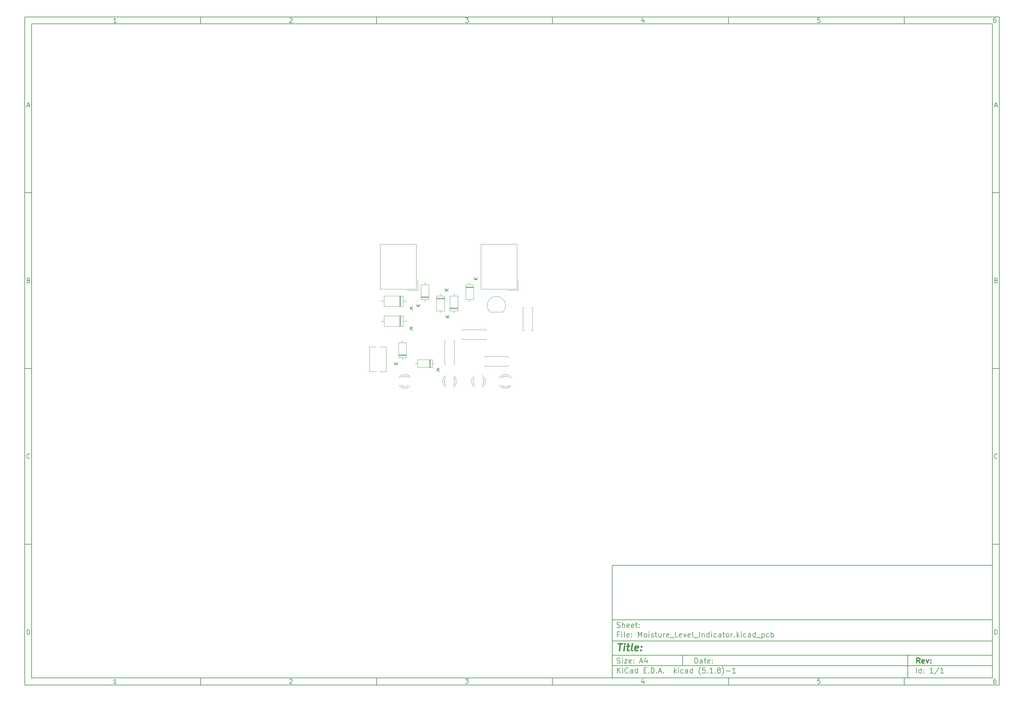
<source format=gto>
%TF.GenerationSoftware,KiCad,Pcbnew,(5.1.8)-1*%
%TF.CreationDate,2021-07-18T22:50:52-07:00*%
%TF.ProjectId,Moisture_Level_Indicator,4d6f6973-7475-4726-955f-4c6576656c5f,rev?*%
%TF.SameCoordinates,Original*%
%TF.FileFunction,Legend,Top*%
%TF.FilePolarity,Positive*%
%FSLAX46Y46*%
G04 Gerber Fmt 4.6, Leading zero omitted, Abs format (unit mm)*
G04 Created by KiCad (PCBNEW (5.1.8)-1) date 2021-07-18 22:50:52*
%MOMM*%
%LPD*%
G01*
G04 APERTURE LIST*
%ADD10C,0.100000*%
%ADD11C,0.150000*%
%ADD12C,0.300000*%
%ADD13C,0.400000*%
%ADD14C,0.120000*%
G04 APERTURE END LIST*
D10*
D11*
X177002200Y-166007200D02*
X177002200Y-198007200D01*
X285002200Y-198007200D01*
X285002200Y-166007200D01*
X177002200Y-166007200D01*
D10*
D11*
X10000000Y-10000000D02*
X10000000Y-200007200D01*
X287002200Y-200007200D01*
X287002200Y-10000000D01*
X10000000Y-10000000D01*
D10*
D11*
X12000000Y-12000000D02*
X12000000Y-198007200D01*
X285002200Y-198007200D01*
X285002200Y-12000000D01*
X12000000Y-12000000D01*
D10*
D11*
X60000000Y-12000000D02*
X60000000Y-10000000D01*
D10*
D11*
X110000000Y-12000000D02*
X110000000Y-10000000D01*
D10*
D11*
X160000000Y-12000000D02*
X160000000Y-10000000D01*
D10*
D11*
X210000000Y-12000000D02*
X210000000Y-10000000D01*
D10*
D11*
X260000000Y-12000000D02*
X260000000Y-10000000D01*
D10*
D11*
X36065476Y-11588095D02*
X35322619Y-11588095D01*
X35694047Y-11588095D02*
X35694047Y-10288095D01*
X35570238Y-10473809D01*
X35446428Y-10597619D01*
X35322619Y-10659523D01*
D10*
D11*
X85322619Y-10411904D02*
X85384523Y-10350000D01*
X85508333Y-10288095D01*
X85817857Y-10288095D01*
X85941666Y-10350000D01*
X86003571Y-10411904D01*
X86065476Y-10535714D01*
X86065476Y-10659523D01*
X86003571Y-10845238D01*
X85260714Y-11588095D01*
X86065476Y-11588095D01*
D10*
D11*
X135260714Y-10288095D02*
X136065476Y-10288095D01*
X135632142Y-10783333D01*
X135817857Y-10783333D01*
X135941666Y-10845238D01*
X136003571Y-10907142D01*
X136065476Y-11030952D01*
X136065476Y-11340476D01*
X136003571Y-11464285D01*
X135941666Y-11526190D01*
X135817857Y-11588095D01*
X135446428Y-11588095D01*
X135322619Y-11526190D01*
X135260714Y-11464285D01*
D10*
D11*
X185941666Y-10721428D02*
X185941666Y-11588095D01*
X185632142Y-10226190D02*
X185322619Y-11154761D01*
X186127380Y-11154761D01*
D10*
D11*
X236003571Y-10288095D02*
X235384523Y-10288095D01*
X235322619Y-10907142D01*
X235384523Y-10845238D01*
X235508333Y-10783333D01*
X235817857Y-10783333D01*
X235941666Y-10845238D01*
X236003571Y-10907142D01*
X236065476Y-11030952D01*
X236065476Y-11340476D01*
X236003571Y-11464285D01*
X235941666Y-11526190D01*
X235817857Y-11588095D01*
X235508333Y-11588095D01*
X235384523Y-11526190D01*
X235322619Y-11464285D01*
D10*
D11*
X285941666Y-10288095D02*
X285694047Y-10288095D01*
X285570238Y-10350000D01*
X285508333Y-10411904D01*
X285384523Y-10597619D01*
X285322619Y-10845238D01*
X285322619Y-11340476D01*
X285384523Y-11464285D01*
X285446428Y-11526190D01*
X285570238Y-11588095D01*
X285817857Y-11588095D01*
X285941666Y-11526190D01*
X286003571Y-11464285D01*
X286065476Y-11340476D01*
X286065476Y-11030952D01*
X286003571Y-10907142D01*
X285941666Y-10845238D01*
X285817857Y-10783333D01*
X285570238Y-10783333D01*
X285446428Y-10845238D01*
X285384523Y-10907142D01*
X285322619Y-11030952D01*
D10*
D11*
X60000000Y-198007200D02*
X60000000Y-200007200D01*
D10*
D11*
X110000000Y-198007200D02*
X110000000Y-200007200D01*
D10*
D11*
X160000000Y-198007200D02*
X160000000Y-200007200D01*
D10*
D11*
X210000000Y-198007200D02*
X210000000Y-200007200D01*
D10*
D11*
X260000000Y-198007200D02*
X260000000Y-200007200D01*
D10*
D11*
X36065476Y-199595295D02*
X35322619Y-199595295D01*
X35694047Y-199595295D02*
X35694047Y-198295295D01*
X35570238Y-198481009D01*
X35446428Y-198604819D01*
X35322619Y-198666723D01*
D10*
D11*
X85322619Y-198419104D02*
X85384523Y-198357200D01*
X85508333Y-198295295D01*
X85817857Y-198295295D01*
X85941666Y-198357200D01*
X86003571Y-198419104D01*
X86065476Y-198542914D01*
X86065476Y-198666723D01*
X86003571Y-198852438D01*
X85260714Y-199595295D01*
X86065476Y-199595295D01*
D10*
D11*
X135260714Y-198295295D02*
X136065476Y-198295295D01*
X135632142Y-198790533D01*
X135817857Y-198790533D01*
X135941666Y-198852438D01*
X136003571Y-198914342D01*
X136065476Y-199038152D01*
X136065476Y-199347676D01*
X136003571Y-199471485D01*
X135941666Y-199533390D01*
X135817857Y-199595295D01*
X135446428Y-199595295D01*
X135322619Y-199533390D01*
X135260714Y-199471485D01*
D10*
D11*
X185941666Y-198728628D02*
X185941666Y-199595295D01*
X185632142Y-198233390D02*
X185322619Y-199161961D01*
X186127380Y-199161961D01*
D10*
D11*
X236003571Y-198295295D02*
X235384523Y-198295295D01*
X235322619Y-198914342D01*
X235384523Y-198852438D01*
X235508333Y-198790533D01*
X235817857Y-198790533D01*
X235941666Y-198852438D01*
X236003571Y-198914342D01*
X236065476Y-199038152D01*
X236065476Y-199347676D01*
X236003571Y-199471485D01*
X235941666Y-199533390D01*
X235817857Y-199595295D01*
X235508333Y-199595295D01*
X235384523Y-199533390D01*
X235322619Y-199471485D01*
D10*
D11*
X285941666Y-198295295D02*
X285694047Y-198295295D01*
X285570238Y-198357200D01*
X285508333Y-198419104D01*
X285384523Y-198604819D01*
X285322619Y-198852438D01*
X285322619Y-199347676D01*
X285384523Y-199471485D01*
X285446428Y-199533390D01*
X285570238Y-199595295D01*
X285817857Y-199595295D01*
X285941666Y-199533390D01*
X286003571Y-199471485D01*
X286065476Y-199347676D01*
X286065476Y-199038152D01*
X286003571Y-198914342D01*
X285941666Y-198852438D01*
X285817857Y-198790533D01*
X285570238Y-198790533D01*
X285446428Y-198852438D01*
X285384523Y-198914342D01*
X285322619Y-199038152D01*
D10*
D11*
X10000000Y-60000000D02*
X12000000Y-60000000D01*
D10*
D11*
X10000000Y-110000000D02*
X12000000Y-110000000D01*
D10*
D11*
X10000000Y-160000000D02*
X12000000Y-160000000D01*
D10*
D11*
X10690476Y-35216666D02*
X11309523Y-35216666D01*
X10566666Y-35588095D02*
X11000000Y-34288095D01*
X11433333Y-35588095D01*
D10*
D11*
X11092857Y-84907142D02*
X11278571Y-84969047D01*
X11340476Y-85030952D01*
X11402380Y-85154761D01*
X11402380Y-85340476D01*
X11340476Y-85464285D01*
X11278571Y-85526190D01*
X11154761Y-85588095D01*
X10659523Y-85588095D01*
X10659523Y-84288095D01*
X11092857Y-84288095D01*
X11216666Y-84350000D01*
X11278571Y-84411904D01*
X11340476Y-84535714D01*
X11340476Y-84659523D01*
X11278571Y-84783333D01*
X11216666Y-84845238D01*
X11092857Y-84907142D01*
X10659523Y-84907142D01*
D10*
D11*
X11402380Y-135464285D02*
X11340476Y-135526190D01*
X11154761Y-135588095D01*
X11030952Y-135588095D01*
X10845238Y-135526190D01*
X10721428Y-135402380D01*
X10659523Y-135278571D01*
X10597619Y-135030952D01*
X10597619Y-134845238D01*
X10659523Y-134597619D01*
X10721428Y-134473809D01*
X10845238Y-134350000D01*
X11030952Y-134288095D01*
X11154761Y-134288095D01*
X11340476Y-134350000D01*
X11402380Y-134411904D01*
D10*
D11*
X10659523Y-185588095D02*
X10659523Y-184288095D01*
X10969047Y-184288095D01*
X11154761Y-184350000D01*
X11278571Y-184473809D01*
X11340476Y-184597619D01*
X11402380Y-184845238D01*
X11402380Y-185030952D01*
X11340476Y-185278571D01*
X11278571Y-185402380D01*
X11154761Y-185526190D01*
X10969047Y-185588095D01*
X10659523Y-185588095D01*
D10*
D11*
X287002200Y-60000000D02*
X285002200Y-60000000D01*
D10*
D11*
X287002200Y-110000000D02*
X285002200Y-110000000D01*
D10*
D11*
X287002200Y-160000000D02*
X285002200Y-160000000D01*
D10*
D11*
X285692676Y-35216666D02*
X286311723Y-35216666D01*
X285568866Y-35588095D02*
X286002200Y-34288095D01*
X286435533Y-35588095D01*
D10*
D11*
X286095057Y-84907142D02*
X286280771Y-84969047D01*
X286342676Y-85030952D01*
X286404580Y-85154761D01*
X286404580Y-85340476D01*
X286342676Y-85464285D01*
X286280771Y-85526190D01*
X286156961Y-85588095D01*
X285661723Y-85588095D01*
X285661723Y-84288095D01*
X286095057Y-84288095D01*
X286218866Y-84350000D01*
X286280771Y-84411904D01*
X286342676Y-84535714D01*
X286342676Y-84659523D01*
X286280771Y-84783333D01*
X286218866Y-84845238D01*
X286095057Y-84907142D01*
X285661723Y-84907142D01*
D10*
D11*
X286404580Y-135464285D02*
X286342676Y-135526190D01*
X286156961Y-135588095D01*
X286033152Y-135588095D01*
X285847438Y-135526190D01*
X285723628Y-135402380D01*
X285661723Y-135278571D01*
X285599819Y-135030952D01*
X285599819Y-134845238D01*
X285661723Y-134597619D01*
X285723628Y-134473809D01*
X285847438Y-134350000D01*
X286033152Y-134288095D01*
X286156961Y-134288095D01*
X286342676Y-134350000D01*
X286404580Y-134411904D01*
D10*
D11*
X285661723Y-185588095D02*
X285661723Y-184288095D01*
X285971247Y-184288095D01*
X286156961Y-184350000D01*
X286280771Y-184473809D01*
X286342676Y-184597619D01*
X286404580Y-184845238D01*
X286404580Y-185030952D01*
X286342676Y-185278571D01*
X286280771Y-185402380D01*
X286156961Y-185526190D01*
X285971247Y-185588095D01*
X285661723Y-185588095D01*
D10*
D11*
X200434342Y-193785771D02*
X200434342Y-192285771D01*
X200791485Y-192285771D01*
X201005771Y-192357200D01*
X201148628Y-192500057D01*
X201220057Y-192642914D01*
X201291485Y-192928628D01*
X201291485Y-193142914D01*
X201220057Y-193428628D01*
X201148628Y-193571485D01*
X201005771Y-193714342D01*
X200791485Y-193785771D01*
X200434342Y-193785771D01*
X202577200Y-193785771D02*
X202577200Y-193000057D01*
X202505771Y-192857200D01*
X202362914Y-192785771D01*
X202077200Y-192785771D01*
X201934342Y-192857200D01*
X202577200Y-193714342D02*
X202434342Y-193785771D01*
X202077200Y-193785771D01*
X201934342Y-193714342D01*
X201862914Y-193571485D01*
X201862914Y-193428628D01*
X201934342Y-193285771D01*
X202077200Y-193214342D01*
X202434342Y-193214342D01*
X202577200Y-193142914D01*
X203077200Y-192785771D02*
X203648628Y-192785771D01*
X203291485Y-192285771D02*
X203291485Y-193571485D01*
X203362914Y-193714342D01*
X203505771Y-193785771D01*
X203648628Y-193785771D01*
X204720057Y-193714342D02*
X204577200Y-193785771D01*
X204291485Y-193785771D01*
X204148628Y-193714342D01*
X204077200Y-193571485D01*
X204077200Y-193000057D01*
X204148628Y-192857200D01*
X204291485Y-192785771D01*
X204577200Y-192785771D01*
X204720057Y-192857200D01*
X204791485Y-193000057D01*
X204791485Y-193142914D01*
X204077200Y-193285771D01*
X205434342Y-193642914D02*
X205505771Y-193714342D01*
X205434342Y-193785771D01*
X205362914Y-193714342D01*
X205434342Y-193642914D01*
X205434342Y-193785771D01*
X205434342Y-192857200D02*
X205505771Y-192928628D01*
X205434342Y-193000057D01*
X205362914Y-192928628D01*
X205434342Y-192857200D01*
X205434342Y-193000057D01*
D10*
D11*
X177002200Y-194507200D02*
X285002200Y-194507200D01*
D10*
D11*
X178434342Y-196585771D02*
X178434342Y-195085771D01*
X179291485Y-196585771D02*
X178648628Y-195728628D01*
X179291485Y-195085771D02*
X178434342Y-195942914D01*
X179934342Y-196585771D02*
X179934342Y-195585771D01*
X179934342Y-195085771D02*
X179862914Y-195157200D01*
X179934342Y-195228628D01*
X180005771Y-195157200D01*
X179934342Y-195085771D01*
X179934342Y-195228628D01*
X181505771Y-196442914D02*
X181434342Y-196514342D01*
X181220057Y-196585771D01*
X181077200Y-196585771D01*
X180862914Y-196514342D01*
X180720057Y-196371485D01*
X180648628Y-196228628D01*
X180577200Y-195942914D01*
X180577200Y-195728628D01*
X180648628Y-195442914D01*
X180720057Y-195300057D01*
X180862914Y-195157200D01*
X181077200Y-195085771D01*
X181220057Y-195085771D01*
X181434342Y-195157200D01*
X181505771Y-195228628D01*
X182791485Y-196585771D02*
X182791485Y-195800057D01*
X182720057Y-195657200D01*
X182577200Y-195585771D01*
X182291485Y-195585771D01*
X182148628Y-195657200D01*
X182791485Y-196514342D02*
X182648628Y-196585771D01*
X182291485Y-196585771D01*
X182148628Y-196514342D01*
X182077200Y-196371485D01*
X182077200Y-196228628D01*
X182148628Y-196085771D01*
X182291485Y-196014342D01*
X182648628Y-196014342D01*
X182791485Y-195942914D01*
X184148628Y-196585771D02*
X184148628Y-195085771D01*
X184148628Y-196514342D02*
X184005771Y-196585771D01*
X183720057Y-196585771D01*
X183577200Y-196514342D01*
X183505771Y-196442914D01*
X183434342Y-196300057D01*
X183434342Y-195871485D01*
X183505771Y-195728628D01*
X183577200Y-195657200D01*
X183720057Y-195585771D01*
X184005771Y-195585771D01*
X184148628Y-195657200D01*
X186005771Y-195800057D02*
X186505771Y-195800057D01*
X186720057Y-196585771D02*
X186005771Y-196585771D01*
X186005771Y-195085771D01*
X186720057Y-195085771D01*
X187362914Y-196442914D02*
X187434342Y-196514342D01*
X187362914Y-196585771D01*
X187291485Y-196514342D01*
X187362914Y-196442914D01*
X187362914Y-196585771D01*
X188077200Y-196585771D02*
X188077200Y-195085771D01*
X188434342Y-195085771D01*
X188648628Y-195157200D01*
X188791485Y-195300057D01*
X188862914Y-195442914D01*
X188934342Y-195728628D01*
X188934342Y-195942914D01*
X188862914Y-196228628D01*
X188791485Y-196371485D01*
X188648628Y-196514342D01*
X188434342Y-196585771D01*
X188077200Y-196585771D01*
X189577200Y-196442914D02*
X189648628Y-196514342D01*
X189577200Y-196585771D01*
X189505771Y-196514342D01*
X189577200Y-196442914D01*
X189577200Y-196585771D01*
X190220057Y-196157200D02*
X190934342Y-196157200D01*
X190077200Y-196585771D02*
X190577200Y-195085771D01*
X191077200Y-196585771D01*
X191577200Y-196442914D02*
X191648628Y-196514342D01*
X191577200Y-196585771D01*
X191505771Y-196514342D01*
X191577200Y-196442914D01*
X191577200Y-196585771D01*
X194577200Y-196585771D02*
X194577200Y-195085771D01*
X194720057Y-196014342D02*
X195148628Y-196585771D01*
X195148628Y-195585771D02*
X194577200Y-196157200D01*
X195791485Y-196585771D02*
X195791485Y-195585771D01*
X195791485Y-195085771D02*
X195720057Y-195157200D01*
X195791485Y-195228628D01*
X195862914Y-195157200D01*
X195791485Y-195085771D01*
X195791485Y-195228628D01*
X197148628Y-196514342D02*
X197005771Y-196585771D01*
X196720057Y-196585771D01*
X196577200Y-196514342D01*
X196505771Y-196442914D01*
X196434342Y-196300057D01*
X196434342Y-195871485D01*
X196505771Y-195728628D01*
X196577200Y-195657200D01*
X196720057Y-195585771D01*
X197005771Y-195585771D01*
X197148628Y-195657200D01*
X198434342Y-196585771D02*
X198434342Y-195800057D01*
X198362914Y-195657200D01*
X198220057Y-195585771D01*
X197934342Y-195585771D01*
X197791485Y-195657200D01*
X198434342Y-196514342D02*
X198291485Y-196585771D01*
X197934342Y-196585771D01*
X197791485Y-196514342D01*
X197720057Y-196371485D01*
X197720057Y-196228628D01*
X197791485Y-196085771D01*
X197934342Y-196014342D01*
X198291485Y-196014342D01*
X198434342Y-195942914D01*
X199791485Y-196585771D02*
X199791485Y-195085771D01*
X199791485Y-196514342D02*
X199648628Y-196585771D01*
X199362914Y-196585771D01*
X199220057Y-196514342D01*
X199148628Y-196442914D01*
X199077200Y-196300057D01*
X199077200Y-195871485D01*
X199148628Y-195728628D01*
X199220057Y-195657200D01*
X199362914Y-195585771D01*
X199648628Y-195585771D01*
X199791485Y-195657200D01*
X202077200Y-197157200D02*
X202005771Y-197085771D01*
X201862914Y-196871485D01*
X201791485Y-196728628D01*
X201720057Y-196514342D01*
X201648628Y-196157200D01*
X201648628Y-195871485D01*
X201720057Y-195514342D01*
X201791485Y-195300057D01*
X201862914Y-195157200D01*
X202005771Y-194942914D01*
X202077200Y-194871485D01*
X203362914Y-195085771D02*
X202648628Y-195085771D01*
X202577200Y-195800057D01*
X202648628Y-195728628D01*
X202791485Y-195657200D01*
X203148628Y-195657200D01*
X203291485Y-195728628D01*
X203362914Y-195800057D01*
X203434342Y-195942914D01*
X203434342Y-196300057D01*
X203362914Y-196442914D01*
X203291485Y-196514342D01*
X203148628Y-196585771D01*
X202791485Y-196585771D01*
X202648628Y-196514342D01*
X202577200Y-196442914D01*
X204077200Y-196442914D02*
X204148628Y-196514342D01*
X204077200Y-196585771D01*
X204005771Y-196514342D01*
X204077200Y-196442914D01*
X204077200Y-196585771D01*
X205577200Y-196585771D02*
X204720057Y-196585771D01*
X205148628Y-196585771D02*
X205148628Y-195085771D01*
X205005771Y-195300057D01*
X204862914Y-195442914D01*
X204720057Y-195514342D01*
X206220057Y-196442914D02*
X206291485Y-196514342D01*
X206220057Y-196585771D01*
X206148628Y-196514342D01*
X206220057Y-196442914D01*
X206220057Y-196585771D01*
X207148628Y-195728628D02*
X207005771Y-195657200D01*
X206934342Y-195585771D01*
X206862914Y-195442914D01*
X206862914Y-195371485D01*
X206934342Y-195228628D01*
X207005771Y-195157200D01*
X207148628Y-195085771D01*
X207434342Y-195085771D01*
X207577200Y-195157200D01*
X207648628Y-195228628D01*
X207720057Y-195371485D01*
X207720057Y-195442914D01*
X207648628Y-195585771D01*
X207577200Y-195657200D01*
X207434342Y-195728628D01*
X207148628Y-195728628D01*
X207005771Y-195800057D01*
X206934342Y-195871485D01*
X206862914Y-196014342D01*
X206862914Y-196300057D01*
X206934342Y-196442914D01*
X207005771Y-196514342D01*
X207148628Y-196585771D01*
X207434342Y-196585771D01*
X207577200Y-196514342D01*
X207648628Y-196442914D01*
X207720057Y-196300057D01*
X207720057Y-196014342D01*
X207648628Y-195871485D01*
X207577200Y-195800057D01*
X207434342Y-195728628D01*
X208220057Y-197157200D02*
X208291485Y-197085771D01*
X208434342Y-196871485D01*
X208505771Y-196728628D01*
X208577200Y-196514342D01*
X208648628Y-196157200D01*
X208648628Y-195871485D01*
X208577200Y-195514342D01*
X208505771Y-195300057D01*
X208434342Y-195157200D01*
X208291485Y-194942914D01*
X208220057Y-194871485D01*
X209362914Y-196014342D02*
X210505771Y-196014342D01*
X212005771Y-196585771D02*
X211148628Y-196585771D01*
X211577200Y-196585771D02*
X211577200Y-195085771D01*
X211434342Y-195300057D01*
X211291485Y-195442914D01*
X211148628Y-195514342D01*
D10*
D11*
X177002200Y-191507200D02*
X285002200Y-191507200D01*
D10*
D12*
X264411485Y-193785771D02*
X263911485Y-193071485D01*
X263554342Y-193785771D02*
X263554342Y-192285771D01*
X264125771Y-192285771D01*
X264268628Y-192357200D01*
X264340057Y-192428628D01*
X264411485Y-192571485D01*
X264411485Y-192785771D01*
X264340057Y-192928628D01*
X264268628Y-193000057D01*
X264125771Y-193071485D01*
X263554342Y-193071485D01*
X265625771Y-193714342D02*
X265482914Y-193785771D01*
X265197200Y-193785771D01*
X265054342Y-193714342D01*
X264982914Y-193571485D01*
X264982914Y-193000057D01*
X265054342Y-192857200D01*
X265197200Y-192785771D01*
X265482914Y-192785771D01*
X265625771Y-192857200D01*
X265697200Y-193000057D01*
X265697200Y-193142914D01*
X264982914Y-193285771D01*
X266197200Y-192785771D02*
X266554342Y-193785771D01*
X266911485Y-192785771D01*
X267482914Y-193642914D02*
X267554342Y-193714342D01*
X267482914Y-193785771D01*
X267411485Y-193714342D01*
X267482914Y-193642914D01*
X267482914Y-193785771D01*
X267482914Y-192857200D02*
X267554342Y-192928628D01*
X267482914Y-193000057D01*
X267411485Y-192928628D01*
X267482914Y-192857200D01*
X267482914Y-193000057D01*
D10*
D11*
X178362914Y-193714342D02*
X178577200Y-193785771D01*
X178934342Y-193785771D01*
X179077200Y-193714342D01*
X179148628Y-193642914D01*
X179220057Y-193500057D01*
X179220057Y-193357200D01*
X179148628Y-193214342D01*
X179077200Y-193142914D01*
X178934342Y-193071485D01*
X178648628Y-193000057D01*
X178505771Y-192928628D01*
X178434342Y-192857200D01*
X178362914Y-192714342D01*
X178362914Y-192571485D01*
X178434342Y-192428628D01*
X178505771Y-192357200D01*
X178648628Y-192285771D01*
X179005771Y-192285771D01*
X179220057Y-192357200D01*
X179862914Y-193785771D02*
X179862914Y-192785771D01*
X179862914Y-192285771D02*
X179791485Y-192357200D01*
X179862914Y-192428628D01*
X179934342Y-192357200D01*
X179862914Y-192285771D01*
X179862914Y-192428628D01*
X180434342Y-192785771D02*
X181220057Y-192785771D01*
X180434342Y-193785771D01*
X181220057Y-193785771D01*
X182362914Y-193714342D02*
X182220057Y-193785771D01*
X181934342Y-193785771D01*
X181791485Y-193714342D01*
X181720057Y-193571485D01*
X181720057Y-193000057D01*
X181791485Y-192857200D01*
X181934342Y-192785771D01*
X182220057Y-192785771D01*
X182362914Y-192857200D01*
X182434342Y-193000057D01*
X182434342Y-193142914D01*
X181720057Y-193285771D01*
X183077200Y-193642914D02*
X183148628Y-193714342D01*
X183077200Y-193785771D01*
X183005771Y-193714342D01*
X183077200Y-193642914D01*
X183077200Y-193785771D01*
X183077200Y-192857200D02*
X183148628Y-192928628D01*
X183077200Y-193000057D01*
X183005771Y-192928628D01*
X183077200Y-192857200D01*
X183077200Y-193000057D01*
X184862914Y-193357200D02*
X185577200Y-193357200D01*
X184720057Y-193785771D02*
X185220057Y-192285771D01*
X185720057Y-193785771D01*
X186862914Y-192785771D02*
X186862914Y-193785771D01*
X186505771Y-192214342D02*
X186148628Y-193285771D01*
X187077200Y-193285771D01*
D10*
D11*
X263434342Y-196585771D02*
X263434342Y-195085771D01*
X264791485Y-196585771D02*
X264791485Y-195085771D01*
X264791485Y-196514342D02*
X264648628Y-196585771D01*
X264362914Y-196585771D01*
X264220057Y-196514342D01*
X264148628Y-196442914D01*
X264077200Y-196300057D01*
X264077200Y-195871485D01*
X264148628Y-195728628D01*
X264220057Y-195657200D01*
X264362914Y-195585771D01*
X264648628Y-195585771D01*
X264791485Y-195657200D01*
X265505771Y-196442914D02*
X265577200Y-196514342D01*
X265505771Y-196585771D01*
X265434342Y-196514342D01*
X265505771Y-196442914D01*
X265505771Y-196585771D01*
X265505771Y-195657200D02*
X265577200Y-195728628D01*
X265505771Y-195800057D01*
X265434342Y-195728628D01*
X265505771Y-195657200D01*
X265505771Y-195800057D01*
X268148628Y-196585771D02*
X267291485Y-196585771D01*
X267720057Y-196585771D02*
X267720057Y-195085771D01*
X267577200Y-195300057D01*
X267434342Y-195442914D01*
X267291485Y-195514342D01*
X269862914Y-195014342D02*
X268577200Y-196942914D01*
X271148628Y-196585771D02*
X270291485Y-196585771D01*
X270720057Y-196585771D02*
X270720057Y-195085771D01*
X270577200Y-195300057D01*
X270434342Y-195442914D01*
X270291485Y-195514342D01*
D10*
D11*
X177002200Y-187507200D02*
X285002200Y-187507200D01*
D10*
D13*
X178714580Y-188211961D02*
X179857438Y-188211961D01*
X179036009Y-190211961D02*
X179286009Y-188211961D01*
X180274104Y-190211961D02*
X180440771Y-188878628D01*
X180524104Y-188211961D02*
X180416961Y-188307200D01*
X180500295Y-188402438D01*
X180607438Y-188307200D01*
X180524104Y-188211961D01*
X180500295Y-188402438D01*
X181107438Y-188878628D02*
X181869342Y-188878628D01*
X181476485Y-188211961D02*
X181262200Y-189926247D01*
X181333628Y-190116723D01*
X181512200Y-190211961D01*
X181702676Y-190211961D01*
X182655057Y-190211961D02*
X182476485Y-190116723D01*
X182405057Y-189926247D01*
X182619342Y-188211961D01*
X184190771Y-190116723D02*
X183988390Y-190211961D01*
X183607438Y-190211961D01*
X183428866Y-190116723D01*
X183357438Y-189926247D01*
X183452676Y-189164342D01*
X183571723Y-188973866D01*
X183774104Y-188878628D01*
X184155057Y-188878628D01*
X184333628Y-188973866D01*
X184405057Y-189164342D01*
X184381247Y-189354819D01*
X183405057Y-189545295D01*
X185155057Y-190021485D02*
X185238390Y-190116723D01*
X185131247Y-190211961D01*
X185047914Y-190116723D01*
X185155057Y-190021485D01*
X185131247Y-190211961D01*
X185286009Y-188973866D02*
X185369342Y-189069104D01*
X185262200Y-189164342D01*
X185178866Y-189069104D01*
X185286009Y-188973866D01*
X185262200Y-189164342D01*
D10*
D11*
X178934342Y-185600057D02*
X178434342Y-185600057D01*
X178434342Y-186385771D02*
X178434342Y-184885771D01*
X179148628Y-184885771D01*
X179720057Y-186385771D02*
X179720057Y-185385771D01*
X179720057Y-184885771D02*
X179648628Y-184957200D01*
X179720057Y-185028628D01*
X179791485Y-184957200D01*
X179720057Y-184885771D01*
X179720057Y-185028628D01*
X180648628Y-186385771D02*
X180505771Y-186314342D01*
X180434342Y-186171485D01*
X180434342Y-184885771D01*
X181791485Y-186314342D02*
X181648628Y-186385771D01*
X181362914Y-186385771D01*
X181220057Y-186314342D01*
X181148628Y-186171485D01*
X181148628Y-185600057D01*
X181220057Y-185457200D01*
X181362914Y-185385771D01*
X181648628Y-185385771D01*
X181791485Y-185457200D01*
X181862914Y-185600057D01*
X181862914Y-185742914D01*
X181148628Y-185885771D01*
X182505771Y-186242914D02*
X182577200Y-186314342D01*
X182505771Y-186385771D01*
X182434342Y-186314342D01*
X182505771Y-186242914D01*
X182505771Y-186385771D01*
X182505771Y-185457200D02*
X182577200Y-185528628D01*
X182505771Y-185600057D01*
X182434342Y-185528628D01*
X182505771Y-185457200D01*
X182505771Y-185600057D01*
X184362914Y-186385771D02*
X184362914Y-184885771D01*
X184862914Y-185957200D01*
X185362914Y-184885771D01*
X185362914Y-186385771D01*
X186291485Y-186385771D02*
X186148628Y-186314342D01*
X186077200Y-186242914D01*
X186005771Y-186100057D01*
X186005771Y-185671485D01*
X186077200Y-185528628D01*
X186148628Y-185457200D01*
X186291485Y-185385771D01*
X186505771Y-185385771D01*
X186648628Y-185457200D01*
X186720057Y-185528628D01*
X186791485Y-185671485D01*
X186791485Y-186100057D01*
X186720057Y-186242914D01*
X186648628Y-186314342D01*
X186505771Y-186385771D01*
X186291485Y-186385771D01*
X187434342Y-186385771D02*
X187434342Y-185385771D01*
X187434342Y-184885771D02*
X187362914Y-184957200D01*
X187434342Y-185028628D01*
X187505771Y-184957200D01*
X187434342Y-184885771D01*
X187434342Y-185028628D01*
X188077200Y-186314342D02*
X188220057Y-186385771D01*
X188505771Y-186385771D01*
X188648628Y-186314342D01*
X188720057Y-186171485D01*
X188720057Y-186100057D01*
X188648628Y-185957200D01*
X188505771Y-185885771D01*
X188291485Y-185885771D01*
X188148628Y-185814342D01*
X188077200Y-185671485D01*
X188077200Y-185600057D01*
X188148628Y-185457200D01*
X188291485Y-185385771D01*
X188505771Y-185385771D01*
X188648628Y-185457200D01*
X189148628Y-185385771D02*
X189720057Y-185385771D01*
X189362914Y-184885771D02*
X189362914Y-186171485D01*
X189434342Y-186314342D01*
X189577200Y-186385771D01*
X189720057Y-186385771D01*
X190862914Y-185385771D02*
X190862914Y-186385771D01*
X190220057Y-185385771D02*
X190220057Y-186171485D01*
X190291485Y-186314342D01*
X190434342Y-186385771D01*
X190648628Y-186385771D01*
X190791485Y-186314342D01*
X190862914Y-186242914D01*
X191577200Y-186385771D02*
X191577200Y-185385771D01*
X191577200Y-185671485D02*
X191648628Y-185528628D01*
X191720057Y-185457200D01*
X191862914Y-185385771D01*
X192005771Y-185385771D01*
X193077200Y-186314342D02*
X192934342Y-186385771D01*
X192648628Y-186385771D01*
X192505771Y-186314342D01*
X192434342Y-186171485D01*
X192434342Y-185600057D01*
X192505771Y-185457200D01*
X192648628Y-185385771D01*
X192934342Y-185385771D01*
X193077200Y-185457200D01*
X193148628Y-185600057D01*
X193148628Y-185742914D01*
X192434342Y-185885771D01*
X193434342Y-186528628D02*
X194577200Y-186528628D01*
X195648628Y-186385771D02*
X194934342Y-186385771D01*
X194934342Y-184885771D01*
X196720057Y-186314342D02*
X196577200Y-186385771D01*
X196291485Y-186385771D01*
X196148628Y-186314342D01*
X196077200Y-186171485D01*
X196077200Y-185600057D01*
X196148628Y-185457200D01*
X196291485Y-185385771D01*
X196577200Y-185385771D01*
X196720057Y-185457200D01*
X196791485Y-185600057D01*
X196791485Y-185742914D01*
X196077200Y-185885771D01*
X197291485Y-185385771D02*
X197648628Y-186385771D01*
X198005771Y-185385771D01*
X199148628Y-186314342D02*
X199005771Y-186385771D01*
X198720057Y-186385771D01*
X198577200Y-186314342D01*
X198505771Y-186171485D01*
X198505771Y-185600057D01*
X198577200Y-185457200D01*
X198720057Y-185385771D01*
X199005771Y-185385771D01*
X199148628Y-185457200D01*
X199220057Y-185600057D01*
X199220057Y-185742914D01*
X198505771Y-185885771D01*
X200077200Y-186385771D02*
X199934342Y-186314342D01*
X199862914Y-186171485D01*
X199862914Y-184885771D01*
X200291485Y-186528628D02*
X201434342Y-186528628D01*
X201791485Y-186385771D02*
X201791485Y-184885771D01*
X202505771Y-185385771D02*
X202505771Y-186385771D01*
X202505771Y-185528628D02*
X202577200Y-185457200D01*
X202720057Y-185385771D01*
X202934342Y-185385771D01*
X203077200Y-185457200D01*
X203148628Y-185600057D01*
X203148628Y-186385771D01*
X204505771Y-186385771D02*
X204505771Y-184885771D01*
X204505771Y-186314342D02*
X204362914Y-186385771D01*
X204077200Y-186385771D01*
X203934342Y-186314342D01*
X203862914Y-186242914D01*
X203791485Y-186100057D01*
X203791485Y-185671485D01*
X203862914Y-185528628D01*
X203934342Y-185457200D01*
X204077200Y-185385771D01*
X204362914Y-185385771D01*
X204505771Y-185457200D01*
X205220057Y-186385771D02*
X205220057Y-185385771D01*
X205220057Y-184885771D02*
X205148628Y-184957200D01*
X205220057Y-185028628D01*
X205291485Y-184957200D01*
X205220057Y-184885771D01*
X205220057Y-185028628D01*
X206577200Y-186314342D02*
X206434342Y-186385771D01*
X206148628Y-186385771D01*
X206005771Y-186314342D01*
X205934342Y-186242914D01*
X205862914Y-186100057D01*
X205862914Y-185671485D01*
X205934342Y-185528628D01*
X206005771Y-185457200D01*
X206148628Y-185385771D01*
X206434342Y-185385771D01*
X206577200Y-185457200D01*
X207862914Y-186385771D02*
X207862914Y-185600057D01*
X207791485Y-185457200D01*
X207648628Y-185385771D01*
X207362914Y-185385771D01*
X207220057Y-185457200D01*
X207862914Y-186314342D02*
X207720057Y-186385771D01*
X207362914Y-186385771D01*
X207220057Y-186314342D01*
X207148628Y-186171485D01*
X207148628Y-186028628D01*
X207220057Y-185885771D01*
X207362914Y-185814342D01*
X207720057Y-185814342D01*
X207862914Y-185742914D01*
X208362914Y-185385771D02*
X208934342Y-185385771D01*
X208577200Y-184885771D02*
X208577200Y-186171485D01*
X208648628Y-186314342D01*
X208791485Y-186385771D01*
X208934342Y-186385771D01*
X209648628Y-186385771D02*
X209505771Y-186314342D01*
X209434342Y-186242914D01*
X209362914Y-186100057D01*
X209362914Y-185671485D01*
X209434342Y-185528628D01*
X209505771Y-185457200D01*
X209648628Y-185385771D01*
X209862914Y-185385771D01*
X210005771Y-185457200D01*
X210077200Y-185528628D01*
X210148628Y-185671485D01*
X210148628Y-186100057D01*
X210077200Y-186242914D01*
X210005771Y-186314342D01*
X209862914Y-186385771D01*
X209648628Y-186385771D01*
X210791485Y-186385771D02*
X210791485Y-185385771D01*
X210791485Y-185671485D02*
X210862914Y-185528628D01*
X210934342Y-185457200D01*
X211077200Y-185385771D01*
X211220057Y-185385771D01*
X211720057Y-186242914D02*
X211791485Y-186314342D01*
X211720057Y-186385771D01*
X211648628Y-186314342D01*
X211720057Y-186242914D01*
X211720057Y-186385771D01*
X212434342Y-186385771D02*
X212434342Y-184885771D01*
X212577200Y-185814342D02*
X213005771Y-186385771D01*
X213005771Y-185385771D02*
X212434342Y-185957200D01*
X213648628Y-186385771D02*
X213648628Y-185385771D01*
X213648628Y-184885771D02*
X213577200Y-184957200D01*
X213648628Y-185028628D01*
X213720057Y-184957200D01*
X213648628Y-184885771D01*
X213648628Y-185028628D01*
X215005771Y-186314342D02*
X214862914Y-186385771D01*
X214577200Y-186385771D01*
X214434342Y-186314342D01*
X214362914Y-186242914D01*
X214291485Y-186100057D01*
X214291485Y-185671485D01*
X214362914Y-185528628D01*
X214434342Y-185457200D01*
X214577200Y-185385771D01*
X214862914Y-185385771D01*
X215005771Y-185457200D01*
X216291485Y-186385771D02*
X216291485Y-185600057D01*
X216220057Y-185457200D01*
X216077200Y-185385771D01*
X215791485Y-185385771D01*
X215648628Y-185457200D01*
X216291485Y-186314342D02*
X216148628Y-186385771D01*
X215791485Y-186385771D01*
X215648628Y-186314342D01*
X215577200Y-186171485D01*
X215577200Y-186028628D01*
X215648628Y-185885771D01*
X215791485Y-185814342D01*
X216148628Y-185814342D01*
X216291485Y-185742914D01*
X217648628Y-186385771D02*
X217648628Y-184885771D01*
X217648628Y-186314342D02*
X217505771Y-186385771D01*
X217220057Y-186385771D01*
X217077200Y-186314342D01*
X217005771Y-186242914D01*
X216934342Y-186100057D01*
X216934342Y-185671485D01*
X217005771Y-185528628D01*
X217077200Y-185457200D01*
X217220057Y-185385771D01*
X217505771Y-185385771D01*
X217648628Y-185457200D01*
X218005771Y-186528628D02*
X219148628Y-186528628D01*
X219505771Y-185385771D02*
X219505771Y-186885771D01*
X219505771Y-185457200D02*
X219648628Y-185385771D01*
X219934342Y-185385771D01*
X220077200Y-185457200D01*
X220148628Y-185528628D01*
X220220057Y-185671485D01*
X220220057Y-186100057D01*
X220148628Y-186242914D01*
X220077200Y-186314342D01*
X219934342Y-186385771D01*
X219648628Y-186385771D01*
X219505771Y-186314342D01*
X221505771Y-186314342D02*
X221362914Y-186385771D01*
X221077200Y-186385771D01*
X220934342Y-186314342D01*
X220862914Y-186242914D01*
X220791485Y-186100057D01*
X220791485Y-185671485D01*
X220862914Y-185528628D01*
X220934342Y-185457200D01*
X221077200Y-185385771D01*
X221362914Y-185385771D01*
X221505771Y-185457200D01*
X222148628Y-186385771D02*
X222148628Y-184885771D01*
X222148628Y-185457200D02*
X222291485Y-185385771D01*
X222577200Y-185385771D01*
X222720057Y-185457200D01*
X222791485Y-185528628D01*
X222862914Y-185671485D01*
X222862914Y-186100057D01*
X222791485Y-186242914D01*
X222720057Y-186314342D01*
X222577200Y-186385771D01*
X222291485Y-186385771D01*
X222148628Y-186314342D01*
D10*
D11*
X177002200Y-181507200D02*
X285002200Y-181507200D01*
D10*
D11*
X178362914Y-183614342D02*
X178577200Y-183685771D01*
X178934342Y-183685771D01*
X179077200Y-183614342D01*
X179148628Y-183542914D01*
X179220057Y-183400057D01*
X179220057Y-183257200D01*
X179148628Y-183114342D01*
X179077200Y-183042914D01*
X178934342Y-182971485D01*
X178648628Y-182900057D01*
X178505771Y-182828628D01*
X178434342Y-182757200D01*
X178362914Y-182614342D01*
X178362914Y-182471485D01*
X178434342Y-182328628D01*
X178505771Y-182257200D01*
X178648628Y-182185771D01*
X179005771Y-182185771D01*
X179220057Y-182257200D01*
X179862914Y-183685771D02*
X179862914Y-182185771D01*
X180505771Y-183685771D02*
X180505771Y-182900057D01*
X180434342Y-182757200D01*
X180291485Y-182685771D01*
X180077200Y-182685771D01*
X179934342Y-182757200D01*
X179862914Y-182828628D01*
X181791485Y-183614342D02*
X181648628Y-183685771D01*
X181362914Y-183685771D01*
X181220057Y-183614342D01*
X181148628Y-183471485D01*
X181148628Y-182900057D01*
X181220057Y-182757200D01*
X181362914Y-182685771D01*
X181648628Y-182685771D01*
X181791485Y-182757200D01*
X181862914Y-182900057D01*
X181862914Y-183042914D01*
X181148628Y-183185771D01*
X183077200Y-183614342D02*
X182934342Y-183685771D01*
X182648628Y-183685771D01*
X182505771Y-183614342D01*
X182434342Y-183471485D01*
X182434342Y-182900057D01*
X182505771Y-182757200D01*
X182648628Y-182685771D01*
X182934342Y-182685771D01*
X183077200Y-182757200D01*
X183148628Y-182900057D01*
X183148628Y-183042914D01*
X182434342Y-183185771D01*
X183577200Y-182685771D02*
X184148628Y-182685771D01*
X183791485Y-182185771D02*
X183791485Y-183471485D01*
X183862914Y-183614342D01*
X184005771Y-183685771D01*
X184148628Y-183685771D01*
X184648628Y-183542914D02*
X184720057Y-183614342D01*
X184648628Y-183685771D01*
X184577200Y-183614342D01*
X184648628Y-183542914D01*
X184648628Y-183685771D01*
X184648628Y-182757200D02*
X184720057Y-182828628D01*
X184648628Y-182900057D01*
X184577200Y-182828628D01*
X184648628Y-182757200D01*
X184648628Y-182900057D01*
D10*
D11*
X197002200Y-191507200D02*
X197002200Y-194507200D01*
D10*
D11*
X261002200Y-191507200D02*
X261002200Y-198007200D01*
D14*
%TO.C,D1*%
X137560000Y-86745000D02*
X135320000Y-86745000D01*
X137560000Y-86985000D02*
X135320000Y-86985000D01*
X137560000Y-86865000D02*
X135320000Y-86865000D01*
X136440000Y-91035000D02*
X136440000Y-90385000D01*
X136440000Y-85495000D02*
X136440000Y-86145000D01*
X137560000Y-90385000D02*
X137560000Y-86145000D01*
X135320000Y-90385000D02*
X137560000Y-90385000D01*
X135320000Y-86145000D02*
X135320000Y-90385000D01*
X137560000Y-86145000D02*
X135320000Y-86145000D01*
%TO.C,D2*%
X122620000Y-89785000D02*
X124860000Y-89785000D01*
X122620000Y-89545000D02*
X124860000Y-89545000D01*
X122620000Y-89665000D02*
X124860000Y-89665000D01*
X123740000Y-85495000D02*
X123740000Y-86145000D01*
X123740000Y-91035000D02*
X123740000Y-90385000D01*
X122620000Y-86145000D02*
X122620000Y-90385000D01*
X124860000Y-86145000D02*
X122620000Y-86145000D01*
X124860000Y-90385000D02*
X124860000Y-86145000D01*
X122620000Y-90385000D02*
X124860000Y-90385000D01*
%TO.C,D3*%
X129305000Y-89320000D02*
X127065000Y-89320000D01*
X127065000Y-89320000D02*
X127065000Y-93560000D01*
X127065000Y-93560000D02*
X129305000Y-93560000D01*
X129305000Y-93560000D02*
X129305000Y-89320000D01*
X128185000Y-88670000D02*
X128185000Y-89320000D01*
X128185000Y-94210000D02*
X128185000Y-93560000D01*
X129305000Y-90040000D02*
X127065000Y-90040000D01*
X129305000Y-90160000D02*
X127065000Y-90160000D01*
X129305000Y-89920000D02*
X127065000Y-89920000D01*
%TO.C,D4*%
X130875000Y-93560000D02*
X133115000Y-93560000D01*
X133115000Y-93560000D02*
X133115000Y-89320000D01*
X133115000Y-89320000D02*
X130875000Y-89320000D01*
X130875000Y-89320000D02*
X130875000Y-93560000D01*
X131995000Y-94210000D02*
X131995000Y-93560000D01*
X131995000Y-88670000D02*
X131995000Y-89320000D01*
X130875000Y-92840000D02*
X133115000Y-92840000D01*
X130875000Y-92720000D02*
X133115000Y-92720000D01*
X130875000Y-92960000D02*
X133115000Y-92960000D01*
%TO.C,D5*%
X116270000Y-106295000D02*
X118510000Y-106295000D01*
X116270000Y-106055000D02*
X118510000Y-106055000D01*
X116270000Y-106175000D02*
X118510000Y-106175000D01*
X117390000Y-102005000D02*
X117390000Y-102655000D01*
X117390000Y-107545000D02*
X117390000Y-106895000D01*
X116270000Y-102655000D02*
X116270000Y-106895000D01*
X118510000Y-102655000D02*
X116270000Y-102655000D01*
X118510000Y-106895000D02*
X118510000Y-102655000D01*
X116270000Y-106895000D02*
X118510000Y-106895000D01*
%TO.C,D6*%
X125860000Y-109705000D02*
X125860000Y-107465000D01*
X125860000Y-107465000D02*
X121620000Y-107465000D01*
X121620000Y-107465000D02*
X121620000Y-109705000D01*
X121620000Y-109705000D02*
X125860000Y-109705000D01*
X126510000Y-108585000D02*
X125860000Y-108585000D01*
X120970000Y-108585000D02*
X121620000Y-108585000D01*
X125140000Y-109705000D02*
X125140000Y-107465000D01*
X125020000Y-109705000D02*
X125020000Y-107465000D01*
X125260000Y-109705000D02*
X125260000Y-107465000D01*
%TO.C,D1-1*%
X119066130Y-114744837D02*
G75*
G02*
X116984039Y-114745000I-1041130J1079837D01*
G01*
X119066130Y-112585163D02*
G75*
G03*
X116984039Y-112585000I-1041130J-1079837D01*
G01*
X119697335Y-114743608D02*
G75*
G02*
X116465000Y-114900516I-1672335J1078608D01*
G01*
X119697335Y-112586392D02*
G75*
G03*
X116465000Y-112429484I-1672335J-1078608D01*
G01*
X116465000Y-112429000D02*
X116465000Y-112585000D01*
X116465000Y-114745000D02*
X116465000Y-114901000D01*
%TO.C,D1-2*%
X131804837Y-112623870D02*
G75*
G02*
X131805000Y-114705961I-1079837J-1041130D01*
G01*
X129645163Y-112623870D02*
G75*
G03*
X129645000Y-114705961I1079837J-1041130D01*
G01*
X131803608Y-111992665D02*
G75*
G02*
X131960516Y-115225000I-1078608J-1672335D01*
G01*
X129646392Y-111992665D02*
G75*
G03*
X129489484Y-115225000I1078608J-1672335D01*
G01*
X129489000Y-115225000D02*
X129645000Y-115225000D01*
X131805000Y-115225000D02*
X131961000Y-115225000D01*
%TO.C,D1-3*%
X140060000Y-115225000D02*
X140216000Y-115225000D01*
X137744000Y-115225000D02*
X137900000Y-115225000D01*
X137901392Y-111992665D02*
G75*
G03*
X137744484Y-115225000I1078608J-1672335D01*
G01*
X140058608Y-111992665D02*
G75*
G02*
X140215516Y-115225000I-1078608J-1672335D01*
G01*
X137900163Y-112623870D02*
G75*
G03*
X137900000Y-114705961I1079837J-1041130D01*
G01*
X140059837Y-112623870D02*
G75*
G02*
X140060000Y-114705961I-1079837J-1041130D01*
G01*
%TO.C,D1-4*%
X145040000Y-114745000D02*
X145040000Y-114901000D01*
X145040000Y-112429000D02*
X145040000Y-112585000D01*
X148272335Y-112586392D02*
G75*
G03*
X145040000Y-112429484I-1672335J-1078608D01*
G01*
X148272335Y-114743608D02*
G75*
G02*
X145040000Y-114900516I-1672335J1078608D01*
G01*
X147641130Y-112585163D02*
G75*
G03*
X145559039Y-112585000I-1041130J-1079837D01*
G01*
X147641130Y-114744837D02*
G75*
G02*
X145559039Y-114745000I-1041130J1079837D01*
G01*
%TO.C,J1*%
X121280000Y-87400000D02*
X121280000Y-74660000D01*
X121280000Y-74660000D02*
X111040000Y-74660000D01*
X111040000Y-87400000D02*
X111040000Y-74660000D01*
X121280000Y-87400000D02*
X111040000Y-87400000D01*
X121280000Y-87400000D02*
X121280000Y-74660000D01*
X121280000Y-74660000D02*
X111040000Y-74660000D01*
X111040000Y-87400000D02*
X111040000Y-74660000D01*
X121280000Y-87400000D02*
X111040000Y-87400000D01*
X121660000Y-87780000D02*
X118660000Y-87780000D01*
X121660000Y-84780000D02*
X121660000Y-87780000D01*
%TO.C,J2*%
X150235000Y-84780000D02*
X150235000Y-87780000D01*
X150235000Y-87780000D02*
X147235000Y-87780000D01*
X149855000Y-87400000D02*
X139615000Y-87400000D01*
X139615000Y-87400000D02*
X139615000Y-74660000D01*
X149855000Y-74660000D02*
X139615000Y-74660000D01*
X149855000Y-87400000D02*
X149855000Y-74660000D01*
X149855000Y-87400000D02*
X139615000Y-87400000D01*
X139615000Y-87400000D02*
X139615000Y-74660000D01*
X149855000Y-74660000D02*
X139615000Y-74660000D01*
X149855000Y-87400000D02*
X149855000Y-74660000D01*
%TO.C,Q1*%
X142260000Y-93925000D02*
X145860000Y-93925000D01*
X142221522Y-93913478D02*
G75*
G02*
X144060000Y-89475000I1838478J1838478D01*
G01*
X145898478Y-93913478D02*
G75*
G03*
X144060000Y-89475000I-1838478J1838478D01*
G01*
%TO.C,R1*%
X153990000Y-92615000D02*
X154320000Y-92615000D01*
X154320000Y-92615000D02*
X154320000Y-99155000D01*
X154320000Y-99155000D02*
X153990000Y-99155000D01*
X151910000Y-92615000D02*
X151580000Y-92615000D01*
X151580000Y-92615000D02*
X151580000Y-99155000D01*
X151580000Y-99155000D02*
X151910000Y-99155000D01*
%TO.C,R2*%
X131765000Y-102140000D02*
X132095000Y-102140000D01*
X132095000Y-102140000D02*
X132095000Y-108680000D01*
X132095000Y-108680000D02*
X131765000Y-108680000D01*
X129685000Y-102140000D02*
X129355000Y-102140000D01*
X129355000Y-102140000D02*
X129355000Y-108680000D01*
X129355000Y-108680000D02*
X129685000Y-108680000D01*
%TO.C,R3*%
X140980000Y-101700000D02*
X140980000Y-101370000D01*
X134440000Y-101700000D02*
X140980000Y-101700000D01*
X134440000Y-101370000D02*
X134440000Y-101700000D01*
X140980000Y-98960000D02*
X140980000Y-99290000D01*
X134440000Y-98960000D02*
X140980000Y-98960000D01*
X134440000Y-99290000D02*
X134440000Y-98960000D01*
%TO.C,R4*%
X147330000Y-109320000D02*
X147330000Y-108990000D01*
X140790000Y-109320000D02*
X147330000Y-109320000D01*
X140790000Y-108990000D02*
X140790000Y-109320000D01*
X147330000Y-106580000D02*
X147330000Y-106910000D01*
X140790000Y-106580000D02*
X147330000Y-106580000D01*
X140790000Y-106910000D02*
X140790000Y-106580000D01*
%TO.C,R5*%
X109909000Y-110820001D02*
X107945000Y-110820001D01*
X112685000Y-110820001D02*
X110899000Y-110820001D01*
X109909000Y-103870001D02*
X107945000Y-103870001D01*
X112685000Y-103870001D02*
X110899000Y-103870001D01*
X107945000Y-103870001D02*
X107945000Y-110820001D01*
X112685000Y-103870001D02*
X112685000Y-110820001D01*
%TO.C,ZD1*%
X116790000Y-97990000D02*
X116790000Y-95050000D01*
X116550000Y-97990000D02*
X116550000Y-95050000D01*
X116670000Y-97990000D02*
X116670000Y-95050000D01*
X111110000Y-96520000D02*
X112130000Y-96520000D01*
X118590000Y-96520000D02*
X117570000Y-96520000D01*
X112130000Y-97990000D02*
X117570000Y-97990000D01*
X112130000Y-95050000D02*
X112130000Y-97990000D01*
X117570000Y-95050000D02*
X112130000Y-95050000D01*
X117570000Y-97990000D02*
X117570000Y-95050000D01*
%TO.C,ZD2*%
X117570000Y-92275000D02*
X117570000Y-89335000D01*
X117570000Y-89335000D02*
X112130000Y-89335000D01*
X112130000Y-89335000D02*
X112130000Y-92275000D01*
X112130000Y-92275000D02*
X117570000Y-92275000D01*
X118590000Y-90805000D02*
X117570000Y-90805000D01*
X111110000Y-90805000D02*
X112130000Y-90805000D01*
X116670000Y-92275000D02*
X116670000Y-89335000D01*
X116550000Y-92275000D02*
X116550000Y-89335000D01*
X116790000Y-92275000D02*
X116790000Y-89335000D01*
%TO.C,D1*%
D11*
X138692380Y-84716904D02*
X137692380Y-84716904D01*
X138692380Y-84145476D02*
X138120952Y-84574047D01*
X137692380Y-84145476D02*
X138263809Y-84716904D01*
%TO.C,D2*%
X122392380Y-92336904D02*
X121392380Y-92336904D01*
X122392380Y-91765476D02*
X121820952Y-92194047D01*
X121392380Y-91765476D02*
X121963809Y-92336904D01*
%TO.C,D3*%
X130437380Y-87891904D02*
X129437380Y-87891904D01*
X130437380Y-87320476D02*
X129865952Y-87749047D01*
X129437380Y-87320476D02*
X130008809Y-87891904D01*
%TO.C,D4*%
X130647380Y-95511904D02*
X129647380Y-95511904D01*
X130647380Y-94940476D02*
X130075952Y-95369047D01*
X129647380Y-94940476D02*
X130218809Y-95511904D01*
%TO.C,D5*%
X116042380Y-108846904D02*
X115042380Y-108846904D01*
X116042380Y-108275476D02*
X115470952Y-108704047D01*
X115042380Y-108275476D02*
X115613809Y-108846904D01*
%TO.C,D6*%
X127288095Y-110837380D02*
X127288095Y-109837380D01*
X127859523Y-110837380D02*
X127430952Y-110265952D01*
X127859523Y-109837380D02*
X127288095Y-110408809D01*
%TO.C,ZD1*%
X119668095Y-99072380D02*
X119668095Y-98072380D01*
X120239523Y-99072380D02*
X119810952Y-98500952D01*
X120239523Y-98072380D02*
X119668095Y-98643809D01*
%TO.C,ZD2*%
X119668095Y-93357380D02*
X119668095Y-92357380D01*
X120239523Y-93357380D02*
X119810952Y-92785952D01*
X120239523Y-92357380D02*
X119668095Y-92928809D01*
%TD*%
M02*

</source>
